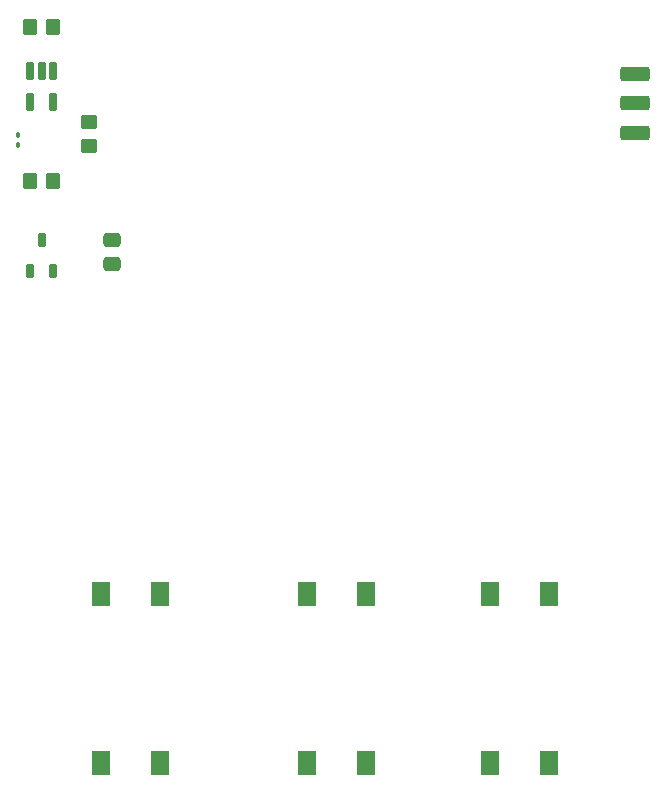
<source format=gbr>
%TF.GenerationSoftware,KiCad,Pcbnew,8.0.5*%
%TF.CreationDate,2024-10-31T02:19:14+01:00*%
%TF.ProjectId,trinket,7472696e-6b65-4742-9e6b-696361645f70,rev?*%
%TF.SameCoordinates,Original*%
%TF.FileFunction,Paste,Top*%
%TF.FilePolarity,Positive*%
%FSLAX46Y46*%
G04 Gerber Fmt 4.6, Leading zero omitted, Abs format (unit mm)*
G04 Created by KiCad (PCBNEW 8.0.5) date 2024-10-31 02:19:14*
%MOMM*%
%LPD*%
G01*
G04 APERTURE LIST*
G04 Aperture macros list*
%AMRoundRect*
0 Rectangle with rounded corners*
0 $1 Rounding radius*
0 $2 $3 $4 $5 $6 $7 $8 $9 X,Y pos of 4 corners*
0 Add a 4 corners polygon primitive as box body*
4,1,4,$2,$3,$4,$5,$6,$7,$8,$9,$2,$3,0*
0 Add four circle primitives for the rounded corners*
1,1,$1+$1,$2,$3*
1,1,$1+$1,$4,$5*
1,1,$1+$1,$6,$7*
1,1,$1+$1,$8,$9*
0 Add four rect primitives between the rounded corners*
20,1,$1+$1,$2,$3,$4,$5,0*
20,1,$1+$1,$4,$5,$6,$7,0*
20,1,$1+$1,$6,$7,$8,$9,0*
20,1,$1+$1,$8,$9,$2,$3,0*%
G04 Aperture macros list end*
%ADD10RoundRect,0.250000X1.000000X-0.375000X1.000000X0.375000X-1.000000X0.375000X-1.000000X-0.375000X0*%
%ADD11R,1.500000X2.000000*%
%ADD12RoundRect,0.250000X0.475000X-0.337500X0.475000X0.337500X-0.475000X0.337500X-0.475000X-0.337500X0*%
%ADD13RoundRect,0.250000X-0.450000X0.350000X-0.450000X-0.350000X0.450000X-0.350000X0.450000X0.350000X0*%
%ADD14RoundRect,0.250000X-0.350000X-0.450000X0.350000X-0.450000X0.350000X0.450000X-0.350000X0.450000X0*%
%ADD15RoundRect,0.090000X-0.090000X0.139000X-0.090000X-0.139000X0.090000X-0.139000X0.090000X0.139000X0*%
%ADD16RoundRect,0.250000X0.350000X0.450000X-0.350000X0.450000X-0.350000X-0.450000X0.350000X-0.450000X0*%
%ADD17RoundRect,0.162500X0.162500X-0.447500X0.162500X0.447500X-0.162500X0.447500X-0.162500X-0.447500X0*%
%ADD18RoundRect,0.162500X-0.162500X0.617500X-0.162500X-0.617500X0.162500X-0.617500X0.162500X0.617500X0*%
G04 APERTURE END LIST*
D10*
%TO.C,SW1*%
X139250000Y-71900000D03*
X139250000Y-69400000D03*
X139250000Y-66900000D03*
%TD*%
D11*
%TO.C,SW4*%
X127000000Y-125300000D03*
X127000000Y-111000000D03*
X132000000Y-125300000D03*
X132000000Y-111000000D03*
%TD*%
D12*
%TO.C,C2*%
X95000000Y-83037500D03*
X95000000Y-80962500D03*
%TD*%
D11*
%TO.C,SW2*%
X94000000Y-125300000D03*
X94000000Y-111000000D03*
X99000000Y-125300000D03*
X99000000Y-111000000D03*
%TD*%
D13*
%TO.C,R1*%
X93000000Y-71000000D03*
X93000000Y-73000000D03*
%TD*%
D14*
%TO.C,C3*%
X88000000Y-63000000D03*
X90000000Y-63000000D03*
%TD*%
D15*
%TO.C,D1*%
X87000000Y-72067500D03*
X87000000Y-72932500D03*
%TD*%
D16*
%TO.C,R2*%
X90000000Y-76000000D03*
X88000000Y-76000000D03*
%TD*%
D17*
%TO.C,Q1*%
X88050000Y-83620000D03*
X89950000Y-83620000D03*
X89000000Y-81000000D03*
%TD*%
D18*
%TO.C,U2*%
X89950000Y-66650000D03*
X89000000Y-66650000D03*
X88050000Y-66650000D03*
X88050000Y-69350000D03*
X89950000Y-69350000D03*
%TD*%
D11*
%TO.C,SW3*%
X111450000Y-125300000D03*
X111450000Y-111000000D03*
X116450000Y-125300000D03*
X116450000Y-111000000D03*
%TD*%
M02*

</source>
